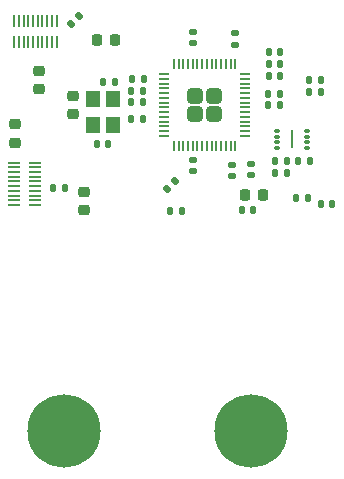
<source format=gbr>
G04 #@! TF.GenerationSoftware,KiCad,Pcbnew,7.0.7*
G04 #@! TF.CreationDate,2023-08-29T23:24:06-04:00*
G04 #@! TF.ProjectId,MicrocontrollerInputModule,4d696372-6f63-46f6-9e74-726f6c6c6572,V2*
G04 #@! TF.SameCoordinates,Original*
G04 #@! TF.FileFunction,Paste,Bot*
G04 #@! TF.FilePolarity,Positive*
%FSLAX46Y46*%
G04 Gerber Fmt 4.6, Leading zero omitted, Abs format (unit mm)*
G04 Created by KiCad (PCBNEW 7.0.7) date 2023-08-29 23:24:06*
%MOMM*%
%LPD*%
G01*
G04 APERTURE LIST*
G04 Aperture macros list*
%AMRoundRect*
0 Rectangle with rounded corners*
0 $1 Rounding radius*
0 $2 $3 $4 $5 $6 $7 $8 $9 X,Y pos of 4 corners*
0 Add a 4 corners polygon primitive as box body*
4,1,4,$2,$3,$4,$5,$6,$7,$8,$9,$2,$3,0*
0 Add four circle primitives for the rounded corners*
1,1,$1+$1,$2,$3*
1,1,$1+$1,$4,$5*
1,1,$1+$1,$6,$7*
1,1,$1+$1,$8,$9*
0 Add four rect primitives between the rounded corners*
20,1,$1+$1,$2,$3,$4,$5,0*
20,1,$1+$1,$4,$5,$6,$7,0*
20,1,$1+$1,$6,$7,$8,$9,0*
20,1,$1+$1,$8,$9,$2,$3,0*%
G04 Aperture macros list end*
%ADD10RoundRect,0.140000X-0.140000X-0.170000X0.140000X-0.170000X0.140000X0.170000X-0.140000X0.170000X0*%
%ADD11RoundRect,0.225000X-0.250000X0.225000X-0.250000X-0.225000X0.250000X-0.225000X0.250000X0.225000X0*%
%ADD12C,6.200000*%
%ADD13RoundRect,0.050000X0.050000X-0.387500X0.050000X0.387500X-0.050000X0.387500X-0.050000X-0.387500X0*%
%ADD14RoundRect,0.050000X0.387500X-0.050000X0.387500X0.050000X-0.387500X0.050000X-0.387500X-0.050000X0*%
%ADD15RoundRect,0.249999X0.395001X-0.395001X0.395001X0.395001X-0.395001X0.395001X-0.395001X-0.395001X0*%
%ADD16RoundRect,0.135000X0.135000X0.185000X-0.135000X0.185000X-0.135000X-0.185000X0.135000X-0.185000X0*%
%ADD17RoundRect,0.147500X0.172500X-0.147500X0.172500X0.147500X-0.172500X0.147500X-0.172500X-0.147500X0*%
%ADD18RoundRect,0.225000X-0.225000X-0.250000X0.225000X-0.250000X0.225000X0.250000X-0.225000X0.250000X0*%
%ADD19RoundRect,0.225000X0.250000X-0.225000X0.250000X0.225000X-0.250000X0.225000X-0.250000X-0.225000X0*%
%ADD20RoundRect,0.147500X0.147500X0.172500X-0.147500X0.172500X-0.147500X-0.172500X0.147500X-0.172500X0*%
%ADD21RoundRect,0.050000X-0.050000X-0.750000X0.050000X-0.750000X0.050000X0.750000X-0.050000X0.750000X0*%
%ADD22RoundRect,0.075000X-0.187500X-0.075000X0.187500X-0.075000X0.187500X0.075000X-0.187500X0.075000X0*%
%ADD23RoundRect,0.135000X-0.135000X-0.185000X0.135000X-0.185000X0.135000X0.185000X-0.135000X0.185000X0*%
%ADD24RoundRect,0.140000X0.170000X-0.140000X0.170000X0.140000X-0.170000X0.140000X-0.170000X-0.140000X0*%
%ADD25R,1.200000X1.400000*%
%ADD26R,1.000000X0.200000*%
%ADD27RoundRect,0.135000X0.035355X-0.226274X0.226274X-0.035355X-0.035355X0.226274X-0.226274X0.035355X0*%
%ADD28RoundRect,0.140000X-0.170000X0.140000X-0.170000X-0.140000X0.170000X-0.140000X0.170000X0.140000X0*%
%ADD29RoundRect,0.225000X0.225000X0.250000X-0.225000X0.250000X-0.225000X-0.250000X0.225000X-0.250000X0*%
%ADD30RoundRect,0.147500X-0.017678X0.226274X-0.226274X0.017678X0.017678X-0.226274X0.226274X-0.017678X0*%
%ADD31RoundRect,0.140000X0.140000X0.170000X-0.140000X0.170000X-0.140000X-0.170000X0.140000X-0.170000X0*%
%ADD32RoundRect,0.147500X-0.147500X-0.172500X0.147500X-0.172500X0.147500X0.172500X-0.147500X0.172500X0*%
%ADD33R,0.200000X1.000000*%
G04 APERTURE END LIST*
D10*
X76300000Y-146415000D03*
X77260000Y-146415000D03*
X76315000Y-142934000D03*
X77275000Y-142934000D03*
D11*
X60680000Y-153740000D03*
X60680000Y-155290000D03*
D12*
X59010000Y-174000000D03*
D13*
X73500000Y-149837500D03*
X73100000Y-149837500D03*
X72700000Y-149837500D03*
X72300000Y-149837500D03*
X71900000Y-149837500D03*
X71500000Y-149837500D03*
X71100000Y-149837500D03*
X70700000Y-149837500D03*
X70300000Y-149837500D03*
X69900000Y-149837500D03*
X69500000Y-149837500D03*
X69100000Y-149837500D03*
X68700000Y-149837500D03*
X68300000Y-149837500D03*
D14*
X67462500Y-149000000D03*
X67462500Y-148600000D03*
X67462500Y-148200000D03*
X67462500Y-147800000D03*
X67462500Y-147400000D03*
X67462500Y-147000000D03*
X67462500Y-146600000D03*
X67462500Y-146200000D03*
X67462500Y-145800000D03*
X67462500Y-145400000D03*
X67462500Y-145000000D03*
X67462500Y-144600000D03*
X67462500Y-144200000D03*
X67462500Y-143800000D03*
D13*
X68300000Y-142962500D03*
X68700000Y-142962500D03*
X69100000Y-142962500D03*
X69500000Y-142962500D03*
X69900000Y-142962500D03*
X70300000Y-142962500D03*
X70700000Y-142962500D03*
X71100000Y-142962500D03*
X71500000Y-142962500D03*
X71900000Y-142962500D03*
X72300000Y-142962500D03*
X72700000Y-142962500D03*
X73100000Y-142962500D03*
X73500000Y-142962500D03*
D14*
X74337500Y-143800000D03*
X74337500Y-144200000D03*
X74337500Y-144600000D03*
X74337500Y-145000000D03*
X74337500Y-145400000D03*
X74337500Y-145800000D03*
X74337500Y-146200000D03*
X74337500Y-146600000D03*
X74337500Y-147000000D03*
X74337500Y-147400000D03*
X74337500Y-147800000D03*
X74337500Y-148200000D03*
X74337500Y-148600000D03*
X74337500Y-149000000D03*
D15*
X71700000Y-147200000D03*
X70100000Y-147200000D03*
X71700000Y-145600000D03*
X70100000Y-145600000D03*
D16*
X69000000Y-155400000D03*
X67980000Y-155400000D03*
D17*
X73210000Y-152410000D03*
X73210000Y-151440000D03*
D16*
X77920000Y-152116000D03*
X76900000Y-152116000D03*
D18*
X74316000Y-154020000D03*
X75866000Y-154020000D03*
D19*
X54820000Y-149590000D03*
X54820000Y-148040000D03*
D10*
X76300000Y-145490000D03*
X77260000Y-145490000D03*
X61784000Y-149702000D03*
X62744000Y-149702000D03*
D20*
X75000000Y-155300000D03*
X74030000Y-155300000D03*
D21*
X78312500Y-149321000D03*
D22*
X77025000Y-150071000D03*
X77025000Y-149571000D03*
X77025000Y-149071000D03*
X77025000Y-148571000D03*
X79600000Y-148571000D03*
X79600000Y-149071000D03*
X79600000Y-149571000D03*
X79600000Y-150071000D03*
D11*
X56860000Y-143530000D03*
X56860000Y-145080000D03*
D16*
X77920000Y-151100000D03*
X76900000Y-151100000D03*
D23*
X58100000Y-153450000D03*
X59120000Y-153450000D03*
D10*
X76315000Y-143950000D03*
X77275000Y-143950000D03*
D24*
X73500000Y-141300000D03*
X73500000Y-140340000D03*
D25*
X63114000Y-145935000D03*
X63114000Y-148135000D03*
X61414000Y-148135000D03*
X61414000Y-145935000D03*
D26*
X56575000Y-151275000D03*
X56575000Y-151675000D03*
X56575000Y-152075000D03*
X56575000Y-152475000D03*
X56575000Y-152875000D03*
X56575000Y-153275000D03*
X56575000Y-153675000D03*
X56575000Y-154075000D03*
X56575000Y-154475000D03*
X56575000Y-154875000D03*
X54775000Y-154875000D03*
X54775000Y-154475000D03*
X54775000Y-154075000D03*
X54775000Y-153675000D03*
X54775000Y-153275000D03*
X54775000Y-152875000D03*
X54775000Y-152475000D03*
X54775000Y-152075000D03*
X54775000Y-151675000D03*
X54775000Y-151275000D03*
D27*
X59580000Y-139560000D03*
X60301248Y-138838752D03*
D16*
X80775000Y-145316000D03*
X79755000Y-145316000D03*
D11*
X59777000Y-145650000D03*
X59777000Y-147200000D03*
D10*
X62340000Y-144450000D03*
X63300000Y-144450000D03*
D28*
X74800000Y-151400000D03*
X74800000Y-152360000D03*
D10*
X78835000Y-151100000D03*
X79795000Y-151100000D03*
D12*
X74820000Y-174000000D03*
D24*
X69884000Y-141165000D03*
X69884000Y-140205000D03*
D16*
X80775000Y-144300000D03*
X79755000Y-144300000D03*
D28*
X69884000Y-151050000D03*
X69884000Y-152010000D03*
D20*
X81700000Y-154800000D03*
X80730000Y-154800000D03*
D29*
X63350000Y-140890000D03*
X61800000Y-140890000D03*
D10*
X76315000Y-141918000D03*
X77275000Y-141918000D03*
D30*
X68380000Y-152830000D03*
X67694106Y-153515894D03*
D31*
X65660000Y-145200000D03*
X64700000Y-145200000D03*
D32*
X78670000Y-154274000D03*
X79640000Y-154274000D03*
D33*
X58375000Y-141075000D03*
X57975000Y-141075000D03*
X57575000Y-141075000D03*
X57175000Y-141075000D03*
X56775000Y-141075000D03*
X56375000Y-141075000D03*
X55975000Y-141075000D03*
X55575000Y-141075000D03*
X55175000Y-141075000D03*
X54775000Y-141075000D03*
X54775000Y-139275000D03*
X55175000Y-139275000D03*
X55575000Y-139275000D03*
X55975000Y-139275000D03*
X56375000Y-139275000D03*
X56775000Y-139275000D03*
X57175000Y-139275000D03*
X57575000Y-139275000D03*
X57975000Y-139275000D03*
X58375000Y-139275000D03*
D23*
X64690000Y-147610000D03*
X65710000Y-147610000D03*
D31*
X65660000Y-146175000D03*
X64700000Y-146175000D03*
D23*
X64730000Y-144200000D03*
X65750000Y-144200000D03*
M02*

</source>
